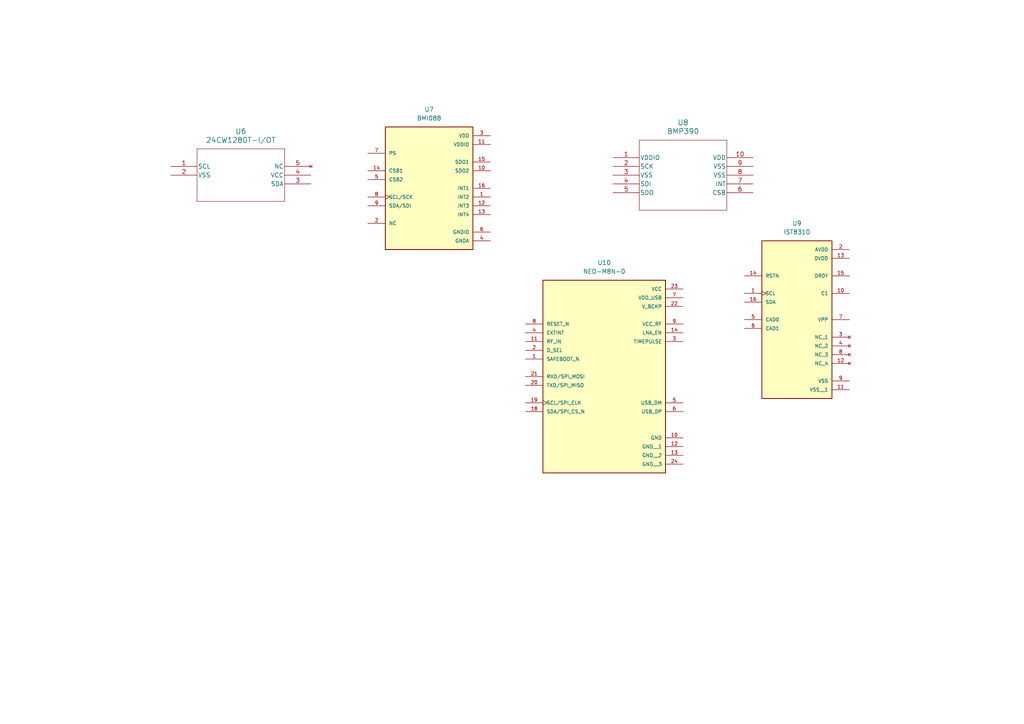
<source format=kicad_sch>
(kicad_sch (version 20250114) (generator "eeschema") (generator_version "9.0")
  (paper "A4")
  (lib_symbols
    (symbol "Aircraft_Components:24CW1280T-I_OT" (pin_names (offset 0.254))
      (property "Reference" "U" (at 20.32 10.16 0))
      (property "Value" "24CW1280T-I/OT" (at 20.32 7.62 0))
      (symbol "24CW1280T-I_OT_0_1"
        (polyline (pts (xy 7.62 5.08) (xy 7.62 -10.16)) (stroke (width 0.127)))
        (polyline (pts (xy 7.62 -10.16) (xy 33.02 -10.16)) (stroke (width 0.127)))
        (polyline (pts (xy 33.02 5.08) (xy 7.62 5.08)) (stroke (width 0.127)))
        (polyline (pts (xy 33.02 -10.16) (xy 33.02 5.08)) (stroke (width 0.127)))
        (pin unspecified line (at 0 0 0) (length 7.62) (name "SCL") (number "1"))
        (pin power_out line (at 0 -2.54 0) (length 7.62) (name "VSS") (number "2"))
        (pin no_connect line (at 40.64 0 180) (length 7.62) (name "NC") (number "5"))
        (pin power_in line (at 40.64 -2.54 180) (length 7.62) (name "VCC") (number "4"))
        (pin unspecified line (at 40.64 -5.08 180) (length 7.62) (name "SDA") (number "3"))
      )
    )
    (symbol "Aircraft_Components:BMI088" (pin_names (offset 1.016))
      (property "Reference" "U" (at -12.7 18.415 0))
      (property "Value" "BMI088" (at -12.7 -20.32 0))
      (symbol "BMI088_0_0"
        (rectangle (start -12.7 -17.78) (end 12.7 17.78) (stroke (width 0.254)) (fill (type background)))
        (pin input line (at -17.78 10.16 0) (length 5.08) (name "PS") (number "7"))
        (pin input line (at -17.78 5.08 0) (length 5.08) (name "CSB1") (number "14"))
        (pin input line (at -17.78 2.54 0) (length 5.08) (name "CSB2") (number "5"))
        (pin input clock (at -17.78 -2.54 0) (length 5.08) (name "SCL/SCK") (number "8"))
        (pin bidirectional line (at -17.78 -5.08 0) (length 5.08) (name "SDA/SDI") (number "9"))
        (pin passive line (at -17.78 -10.16 0) (length 5.08) (name "NC") (number "2"))
        (pin power_in line (at 17.78 15.24 180) (length 5.08) (name "VDD") (number "3"))
        (pin power_in line (at 17.78 12.7 180) (length 5.08) (name "VDDIO") (number "11"))
        (pin output line (at 17.78 7.62 180) (length 5.08) (name "SDO1") (number "15"))
        (pin output line (at 17.78 5.08 180) (length 5.08) (name "SDO2") (number "10"))
        (pin bidirectional line (at 17.78 0 180) (length 5.08) (name "INT1") (number "16"))
        (pin bidirectional line (at 17.78 -2.54 180) (length 5.08) (name "INT2") (number "1"))
        (pin bidirectional line (at 17.78 -5.08 180) (length 5.08) (name "INT3") (number "12"))
        (pin bidirectional line (at 17.78 -7.62 180) (length 5.08) (name "INT4") (number "13"))
        (pin power_in line (at 17.78 -12.7 180) (length 5.08) (name "GNDIO") (number "6"))
        (pin power_in line (at 17.78 -15.24 180) (length 5.08) (name "GNDA") (number "4"))
      )
    )
    (symbol "Aircraft_Components:BMP390" (pin_names (offset 0.254))
      (property "Reference" "U" (at 20.32 10.16 0))
      (property "Value" "BMP390" (at 20.32 7.62 0))
      (symbol "BMP390_0_1"
        (polyline (pts (xy 7.62 5.08) (xy 7.62 -15.24)) (stroke (width 0.127)))
        (polyline (pts (xy 7.62 -15.24) (xy 33.02 -15.24)) (stroke (width 0.127)))
        (polyline (pts (xy 33.02 5.08) (xy 7.62 5.08)) (stroke (width 0.127)))
        (polyline (pts (xy 33.02 -15.24) (xy 33.02 5.08)) (stroke (width 0.127)))
        (pin power_in line (at 0 0 0) (length 7.62) (name "VDDIO") (number "1"))
        (pin input line (at 0 -2.54 0) (length 7.62) (name "SCK") (number "2"))
        (pin power_out line (at 0 -5.08 0) (length 7.62) (name "VSS") (number "3"))
        (pin bidirectional line (at 0 -7.62 0) (length 7.62) (name "SDI") (number "4"))
        (pin bidirectional line (at 0 -10.16 0) (length 7.62) (name "SDO") (number "5"))
        (pin power_in line (at 40.64 0 180) (length 7.62) (name "VDD") (number "10"))
        (pin power_out line (at 40.64 -2.54 180) (length 7.62) (name "VSS") (number "9"))
        (pin power_out line (at 40.64 -5.08 180) (length 7.62) (name "VSS") (number "8"))
        (pin input line (at 40.64 -7.62 180) (length 7.62) (name "INT") (number "7"))
        (pin input line (at 40.64 -10.16 180) (length 7.62) (name "CSB") (number "6"))
      )
    )
    (symbol "Aircraft_Components:IST8310" (pin_names (offset 1.016))
      (property "Reference" "U" (at -10.16 21.59 0))
      (property "Value" "IST8310" (at -10.16 -26.67 0))
      (symbol "IST8310_0_0"
        (rectangle (start -10.16 -25.4) (end 10.16 20.32) (stroke (width 0.254)) (fill (type background)))
        (pin input line (at -15.24 10.16 0) (length 5.08) (name "RSTN") (number "14"))
        (pin input clock (at -15.24 5.08 0) (length 5.08) (name "SCL") (number "1"))
        (pin bidirectional line (at -15.24 2.54 0) (length 5.08) (name "SDA") (number "16"))
        (pin input line (at -15.24 -2.54 0) (length 5.08) (name "CAD0") (number "5"))
        (pin input line (at -15.24 -5.08 0) (length 5.08) (name "CAD1") (number "6"))
        (pin power_in line (at 15.24 17.78 180) (length 5.08) (name "AVDD") (number "2"))
        (pin power_in line (at 15.24 15.24 180) (length 5.08) (name "DVDD") (number "13"))
        (pin output line (at 15.24 10.16 180) (length 5.08) (name "DRDY") (number "15"))
        (pin passive line (at 15.24 5.08 180) (length 5.08) (name "C1") (number "10"))
        (pin passive line (at 15.24 -2.54 180) (length 5.08) (name "VPP") (number "7"))
        (pin no_connect line (at 15.24 -7.62 180) (length 5.08) (name "NC_1") (number "3"))
        (pin no_connect line (at 15.24 -10.16 180) (length 5.08) (name "NC_2") (number "4"))
        (pin no_connect line (at 15.24 -12.7 180) (length 5.08) (name "NC_3") (number "8"))
        (pin no_connect line (at 15.24 -15.24 180) (length 5.08) (name "NC_4") (number "12"))
        (pin power_in line (at 15.24 -20.32 180) (length 5.08) (name "VSS") (number "9"))
        (pin power_in line (at 15.24 -22.86 180) (length 5.08) (name "VSS__1") (number "11"))
      )
    )
    (symbol "Aircraft_Components:NEO-M8N-0" (pin_names (offset 1.016))
      (property "Reference" "U" (at -17.7839 23.3738 0))
      (property "Value" "NEO-M8N-0" (at -17.7845 -35.5674 0))
      (symbol "NEO-M8N-0_0_0"
        (rectangle (start -17.78 -33.02) (end 17.78 22.86) (stroke (width 0.254)) (fill (type background)))
        (pin input line (at -22.86 10.16 0) (length 5.08) (name "RESET_N") (number "8"))
        (pin input line (at -22.86 7.62 0) (length 5.08) (name "EXTINT") (number "4"))
        (pin input line (at -22.86 5.08 0) (length 5.08) (name "RF_IN") (number "11"))
        (pin input line (at -22.86 2.54 0) (length 5.08) (name "D_SEL") (number "2"))
        (pin input line (at -22.86 0 0) (length 5.08) (name "SAFEBOOT_N") (number "1"))
        (pin input line (at -22.86 -5.08 0) (length 5.08) (name "RXD/SPI_MOSI") (number "21"))
        (pin output line (at -22.86 -7.62 0) (length 5.08) (name "TXD/SPI_MISO") (number "20"))
        (pin input clock (at -22.86 -12.7 0) (length 5.08) (name "SCL/SPI_CLK") (number "19"))
        (pin bidirectional line (at -22.86 -15.24 0) (length 5.08) (name "SDA/SPI_CS_N") (number "18"))
        (pin power_in line (at 22.86 20.32 180) (length 5.08) (name "VCC") (number "23"))
        (pin power_in line (at 22.86 17.78 180) (length 5.08) (name "VDD_USB") (number "7"))
        (pin power_in line (at 22.86 15.24 180) (length 5.08) (name "V_BCKP") (number "22"))
        (pin output line (at 22.86 10.16 180) (length 5.08) (name "VCC_RF") (number "9"))
        (pin output line (at 22.86 7.62 180) (length 5.08) (name "LNA_EN") (number "14"))
        (pin output line (at 22.86 5.08 180) (length 5.08) (name "TIMEPULSE") (number "3"))
        (pin bidirectional line (at 22.86 -12.7 180) (length 5.08) (name "USB_DM") (number "5"))
        (pin bidirectional line (at 22.86 -15.24 180) (length 5.08) (name "USB_DP") (number "6"))
        (pin power_in line (at 22.86 -22.86 180) (length 5.08) (name "GND") (number "10"))
        (pin power_in line (at 22.86 -25.4 180) (length 5.08) (name "GND__1") (number "12"))
        (pin power_in line (at 22.86 -27.94 180) (length 5.08) (name "GND__2") (number "13"))
        (pin power_in line (at 22.86 -30.48 180) (length 5.08) (name "GND__3") (number "24"))
      )
    )
  )
  (symbol (lib_id "Aircraft_Components:BMP390") (at 177.8 45.72 0) (unit 1)
    (property "Reference" "U8" (at 198.12 35.56 0) (effects (font (size 1.524 1.524))))
    (property "Value" "BMP390" (at 198.12 38.1 0) (effects (font (size 1.524 1.524))))
    (property "Footprint" "10LGA_2X2X0p75_BOS" (effects (hide yes)))
    (property "Datasheet" "BMP390" (effects (hide yes)))
  )
  (symbol (lib_id "Aircraft_Components:BMI088") (at 124.46 54.61 0) (unit 1)
    (property "Reference" "U7" (at 124.46 31.75 0))
    (property "Value" "BMI088" (at 124.46 34.29 0))
    (property "Footprint" "BMI088:PQFN50P450X300X100-16N" (effects (hide yes)))
    (property "Description" "Accelerometer, Gyroscope, 6 Axis Sensor I²C, SPI Output" (effects (hide yes)))
    (property "MF" "Bosch Sensortec" (effects (hide yes)))
    (property "PURCHASE-URL" "https://pricing.snapeda.com/search/part/BMI088/?ref=eda" (effects (hide yes)))
    (property "PACKAGE" "VFLGA-16 Bosch Sensortec" (effects (hide yes)))
    (property "PRICE" "None" (effects (hide yes)))
    (property "MP" "BMI088" (effects (hide yes)))
    (property "AVAILABILITY" "In Stock" (effects (hide yes)))
  )
  (symbol (lib_id "Aircraft_Components:NEO-M8N-0") (at 175.26 104.14 0) (unit 1)
    (property "Reference" "U10" (at 175.26 76.2 0))
    (property "Value" "NEO-M8N-0" (at 175.26 78.74 0))
    (property "Footprint" "NEO-M8N-0:XCVR_NEO-M8N-0" (effects (hide yes)))
    (property "PARTREV" "R04" (effects (hide yes)))
    (property "MF" "U-Blox America" (effects (hide yes)))
    (property "STANDARD" "Manufacturer Recommendation" (effects (hide yes)))
  )
  (symbol (lib_id "Aircraft_Components:IST8310") (at 231.14 90.17 0) (unit 1)
    (property "Reference" "U9" (at 231.14 64.77 0))
    (property "Value" "IST8310" (at 231.14 67.31 0))
    (property "Footprint" "IST8310:PQFN50P300X300X110-16N" (effects (hide yes)))
    (property "PARTREV" "1.4" (effects (hide yes)))
    (property "STANDARD" "IPC-7351B" (effects (hide yes)))
    (property "MAXIMUM_PACKAGE_HEIGHT" "1.1 mm" (effects (hide yes)))
    (property "MANUFACTURER" "ISENTEK" (effects (hide yes)))
  )
  (symbol (lib_id "Aircraft_Components:24CW1280T-I_OT") (at 49.53 48.26 0) (unit 1)
    (property "Reference" "U6" (at 69.85 38.1 0) (effects (font (size 1.524 1.524))))
    (property "Value" "24CW1280T-I/OT" (at 69.85 40.64 0) (effects (font (size 1.524 1.524))))
    (property "Footprint" "SOT-23-5_2P9X1P6_MCH" (effects (hide yes)))
    (property "Datasheet" "24CW1280T-I/OT" (effects (hide yes)))
  )
)
</source>
